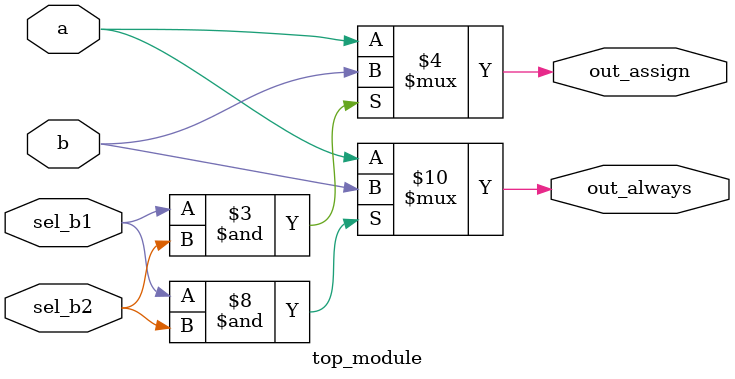
<source format=v>
module top_module(
    input a,
    input b,
    input sel_b1,
    input sel_b2,
    output wire out_assign,
    output reg out_always   ); 
    
    assign out_assign = ((sel_b1==1) & (sel_b2==1)) ? b : a;
    
    always @(*) begin
        if ((sel_b1==1) & (sel_b2==1)) begin
        	out_always  = b;
    	end
    	else begin
        	out_always  = a;
    	end
	end

endmodule

</source>
